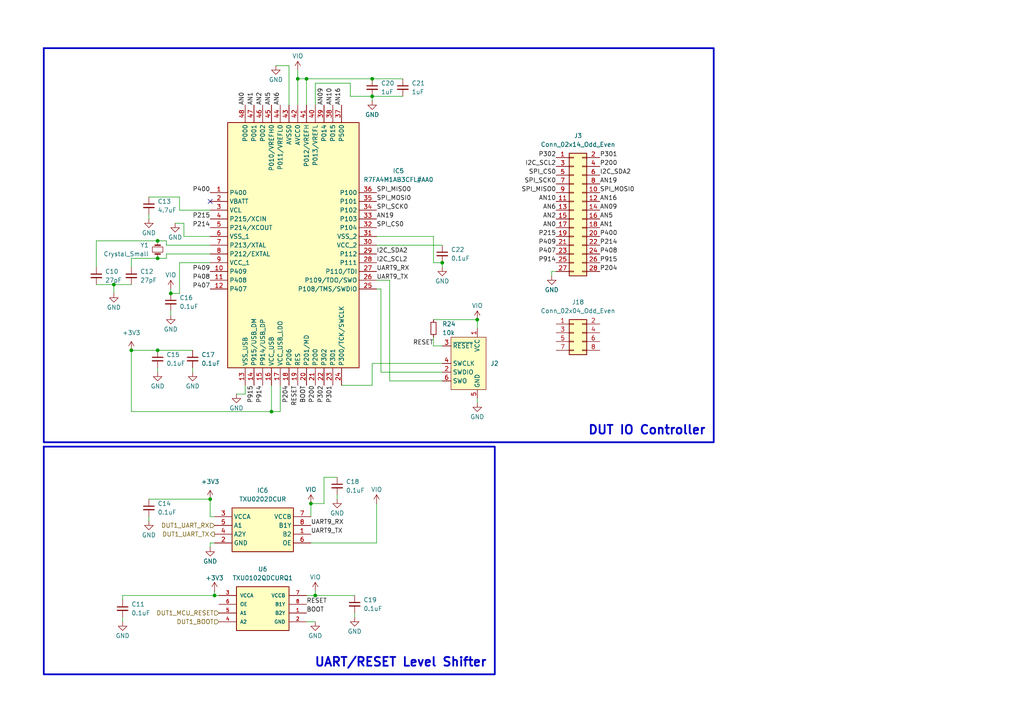
<source format=kicad_sch>
(kicad_sch (version 20250114) (generator "eeschema") (generator_version "9.0")
  (paper "A4")
  (lib_symbols
    (symbol "Connector:Conn_ARM_SWD_TagConnect_TC2030-NL" (in_bom no)
      (property "Reference" "J" (at 2.54 11.43 0))
      (property "Value" "Conn_ARM_SWD_TagConnect_TC2030-NL" (at 2.54 8.89 0))
      (symbol "Conn_ARM_SWD_TagConnect_TC2030-NL_0_0"
        (pin power_in line (at -2.54 10.16 270) (length 2.54) (name "VCC") (number "1"))
        (pin power_in line (at -2.54 -10.16 90) (length 2.54) (name "GND") (number "5"))
        (pin open_collector line (at 7.62 5.08 180) (length 2.54) (name "~{RESET}") (number "3"))
        (pin output line (at 7.62 0 180) (length 2.54) (name "SWCLK") (number "4"))
        (pin bidirectional line (at 7.62 -2.54 180) (length 2.54) (name "SWDIO") (number "2"))
        (pin input line (at 7.62 -5.08 180) (length 2.54) (name "SWO") (number "6"))
      )
      (symbol "Conn_ARM_SWD_TagConnect_TC2030-NL_0_1"
        (rectangle (start -5.08 7.62) (end 5.08 -7.62) (fill (type background)))
      )
    )
    (symbol "Connector_Generic:Conn_02x04_Odd_Even" (pin_names (offset 1.016) (hide yes))
      (property "Reference" "J" (at 1.27 5.08 0))
      (property "Value" "Conn_02x04_Odd_Even" (at 1.27 -7.62 0))
      (symbol "Conn_02x04_Odd_Even_1_1"
        (rectangle (start -1.27 3.81) (end 3.81 -6.35) (stroke (width 0.254)) (fill (type background)))
        (rectangle (start -1.27 2.667) (end 0 2.413) (stroke (width 0.1524)))
        (rectangle (start -1.27 0.127) (end 0 -0.127) (stroke (width 0.1524)))
        (rectangle (start -1.27 -2.413) (end 0 -2.667) (stroke (width 0.1524)))
        (rectangle (start -1.27 -4.953) (end 0 -5.207) (stroke (width 0.1524)))
        (rectangle (start 3.81 2.667) (end 2.54 2.413) (stroke (width 0.1524)))
        (rectangle (start 3.81 0.127) (end 2.54 -0.127) (stroke (width 0.1524)))
        (rectangle (start 3.81 -2.413) (end 2.54 -2.667) (stroke (width 0.1524)))
        (rectangle (start 3.81 -4.953) (end 2.54 -5.207) (stroke (width 0.1524)))
        (pin passive line (at -5.08 2.54 0) (length 3.81) (name "Pin_1") (number "1"))
        (pin passive line (at -5.08 0 0) (length 3.81) (name "Pin_3") (number "3"))
        (pin passive line (at -5.08 -2.54 0) (length 3.81) (name "Pin_5") (number "5"))
        (pin passive line (at -5.08 -5.08 0) (length 3.81) (name "Pin_7") (number "7"))
        (pin passive line (at 7.62 2.54 180) (length 3.81) (name "Pin_2") (number "2"))
        (pin passive line (at 7.62 0 180) (length 3.81) (name "Pin_4") (number "4"))
        (pin passive line (at 7.62 -2.54 180) (length 3.81) (name "Pin_6") (number "6"))
        (pin passive line (at 7.62 -5.08 180) (length 3.81) (name "Pin_8") (number "8"))
      )
    )
    (symbol "Connector_Generic:Conn_02x14_Odd_Even" (pin_names (offset 1.016) (hide yes))
      (property "Reference" "J" (at 1.27 17.78 0))
      (property "Value" "Conn_02x14_Odd_Even" (at 1.27 -20.32 0))
      (symbol "Conn_02x14_Odd_Even_1_1"
        (rectangle (start -1.27 16.51) (end 3.81 -19.05) (stroke (width 0.254)) (fill (type background)))
        (rectangle (start -1.27 15.367) (end 0 15.113) (stroke (width 0.1524)))
        (rectangle (start -1.27 12.827) (end 0 12.573) (stroke (width 0.1524)))
        (rectangle (start -1.27 10.287) (end 0 10.033) (stroke (width 0.1524)))
        (rectangle (start -1.27 7.747) (end 0 7.493) (stroke (width 0.1524)))
        (rectangle (start -1.27 5.207) (end 0 4.953) (stroke (width 0.1524)))
        (rectangle (start -1.27 2.667) (end 0 2.413) (stroke (width 0.1524)))
        (rectangle (start -1.27 0.127) (end 0 -0.127) (stroke (width 0.1524)))
        (rectangle (start -1.27 -2.413) (end 0 -2.667) (stroke (width 0.1524)))
        (rectangle (start -1.27 -4.953) (end 0 -5.207) (stroke (width 0.1524)))
        (rectangle (start -1.27 -7.493) (end 0 -7.747) (stroke (width 0.1524)))
        (rectangle (start -1.27 -10.033) (end 0 -10.287) (stroke (width 0.1524)))
        (rectangle (start -1.27 -12.573) (end 0 -12.827) (stroke (width 0.1524)))
        (rectangle (start -1.27 -15.113) (end 0 -15.367) (stroke (width 0.1524)))
        (rectangle (start -1.27 -17.653) (end 0 -17.907) (stroke (width 0.1524)))
        (rectangle (start 3.81 15.367) (end 2.54 15.113) (stroke (width 0.1524)))
        (rectangle (start 3.81 12.827) (end 2.54 12.573) (stroke (width 0.1524)))
        (rectangle (start 3.81 10.287) (end 2.54 10.033) (stroke (width 0.1524)))
        (rectangle (start 3.81 7.747) (end 2.54 7.493) (stroke (width 0.1524)))
        (rectangle (start 3.81 5.207) (end 2.54 4.953) (stroke (width 0.1524)))
        (rectangle (start 3.81 2.667) (end 2.54 2.413) (stroke (width 0.1524)))
        (rectangle (start 3.81 0.127) (end 2.54 -0.127) (stroke (width 0.1524)))
        (rectangle (start 3.81 -2.413) (end 2.54 -2.667) (stroke (width 0.1524)))
        (rectangle (start 3.81 -4.953) (end 2.54 -5.207) (stroke (width 0.1524)))
        (rectangle (start 3.81 -7.493) (end 2.54 -7.747) (stroke (width 0.1524)))
        (rectangle (start 3.81 -10.033) (end 2.54 -10.287) (stroke (width 0.1524)))
        (rectangle (start 3.81 -12.573) (end 2.54 -12.827) (stroke (width 0.1524)))
        (rectangle (start 3.81 -15.113) (end 2.54 -15.367) (stroke (width 0.1524)))
        (rectangle (start 3.81 -17.653) (end 2.54 -17.907) (stroke (width 0.1524)))
        (pin passive line (at -5.08 15.24 0) (length 3.81) (name "Pin_1") (number "1"))
        (pin passive line (at -5.08 12.7 0) (length 3.81) (name "Pin_3") (number "3"))
        (pin passive line (at -5.08 10.16 0) (length 3.81) (name "Pin_5") (number "5"))
        (pin passive line (at -5.08 7.62 0) (length 3.81) (name "Pin_7") (number "7"))
        (pin passive line (at -5.08 5.08 0) (length 3.81) (name "Pin_9") (number "9"))
        (pin passive line (at -5.08 2.54 0) (length 3.81) (name "Pin_11") (number "11"))
        (pin passive line (at -5.08 0 0) (length 3.81) (name "Pin_13") (number "13"))
        (pin passive line (at -5.08 -2.54 0) (length 3.81) (name "Pin_15") (number "15"))
        (pin passive line (at -5.08 -5.08 0) (length 3.81) (name "Pin_17") (number "17"))
        (pin passive line (at -5.08 -7.62 0) (length 3.81) (name "Pin_19") (number "19"))
        (pin passive line (at -5.08 -10.16 0) (length 3.81) (name "Pin_21") (number "21"))
        (pin passive line (at -5.08 -12.7 0) (length 3.81) (name "Pin_23") (number "23"))
        (pin passive line (at -5.08 -15.24 0) (length 3.81) (name "Pin_25") (number "25"))
        (pin passive line (at -5.08 -17.78 0) (length 3.81) (name "Pin_27") (number "27"))
        (pin passive line (at 7.62 15.24 180) (length 3.81) (name "Pin_2") (number "2"))
        (pin passive line (at 7.62 12.7 180) (length 3.81) (name "Pin_4") (number "4"))
        (pin passive line (at 7.62 10.16 180) (length 3.81) (name "Pin_6") (number "6"))
        (pin passive line (at 7.62 7.62 180) (length 3.81) (name "Pin_8") (number "8"))
        (pin passive line (at 7.62 5.08 180) (length 3.81) (name "Pin_10") (number "10"))
        (pin passive line (at 7.62 2.54 180) (length 3.81) (name "Pin_12") (number "12"))
        (pin passive line (at 7.62 0 180) (length 3.81) (name "Pin_14") (number "14"))
        (pin passive line (at 7.62 -2.54 180) (length 3.81) (name "Pin_16") (number "16"))
        (pin passive line (at 7.62 -5.08 180) (length 3.81) (name "Pin_18") (number "18"))
        (pin passive line (at 7.62 -7.62 180) (length 3.81) (name "Pin_20") (number "20"))
        (pin passive line (at 7.62 -10.16 180) (length 3.81) (name "Pin_22") (number "22"))
        (pin passive line (at 7.62 -12.7 180) (length 3.81) (name "Pin_24") (number "24"))
        (pin passive line (at 7.62 -15.24 180) (length 3.81) (name "Pin_26") (number "26"))
        (pin passive line (at 7.62 -17.78 180) (length 3.81) (name "Pin_28") (number "28"))
      )
    )
    (symbol "Device:C_Small" (pin_numbers (hide yes)) (pin_names (offset 0.254) (hide yes))
      (property "Reference" "C" (at 0.254 1.778 0))
      (property "Value" "C_Small" (at 0.254 -2.032 0))
      (symbol "C_Small_0_1"
        (polyline (pts (xy -1.524 0.508) (xy 1.524 0.508)) (stroke (width 0.3048)))
        (polyline (pts (xy -1.524 -0.508) (xy 1.524 -0.508)) (stroke (width 0.3302)))
      )
      (symbol "C_Small_1_1"
        (pin passive line (at 0 2.54 270) (length 2.032) (name "~") (number "1"))
        (pin passive line (at 0 -2.54 90) (length 2.032) (name "~") (number "2"))
      )
    )
    (symbol "Device:Crystal_Small" (pin_numbers (hide yes)) (pin_names (offset 1.016) (hide yes))
      (property "Reference" "Y" (at 0 2.54 0))
      (property "Value" "Crystal_Small" (at 0 -2.54 0))
      (symbol "Crystal_Small_0_1"
        (polyline (pts (xy -1.27 -0.762) (xy -1.27 0.762)) (stroke (width 0.381)))
        (rectangle (start -0.762 -1.524) (end 0.762 1.524))
        (polyline (pts (xy 1.27 -0.762) (xy 1.27 0.762)) (stroke (width 0.381)))
      )
      (symbol "Crystal_Small_1_1"
        (pin passive line (at -2.54 0 0) (length 1.27) (name "1") (number "1"))
        (pin passive line (at 2.54 0 180) (length 1.27) (name "2") (number "2"))
      )
    )
    (symbol "Device:R_Small" (pin_numbers (hide yes)) (pin_names (offset 0.254) (hide yes))
      (property "Reference" "R" (at 0.762 0.508 0))
      (property "Value" "R_Small" (at 0.762 -1.016 0))
      (symbol "R_Small_0_1"
        (rectangle (start -0.762 1.778) (end 0.762 -1.778) (stroke (width 0.2032)))
      )
      (symbol "R_Small_1_1"
        (pin passive line (at 0 2.54 270) (length 0.762) (name "~") (number "1"))
        (pin passive line (at 0 -2.54 90) (length 0.762) (name "~") (number "2"))
      )
    )
    (symbol "dut_hub:R7FA4M1AB3CFL#AA0"
      (property "Reference" "IC" (at 44.45 25.4 0))
      (property "Value" "R7FA4M1AB3CFL#AA0" (at 44.45 22.86 0))
      (symbol "R7FA4M1AB3CFL#AA0_1_1"
        (rectangle (start 5.08 20.32) (end 43.18 -50.8) (stroke (width 0.254)) (fill (type background)))
        (pin passive line (at 0 0 0) (length 5.08) (name "P400") (number "1"))
        (pin passive line (at 0 -2.54 0) (length 5.08) (name "VBATT") (number "2"))
        (pin passive line (at 0 -5.08 0) (length 5.08) (name "VCL") (number "3"))
        (pin passive line (at 0 -7.62 0) (length 5.08) (name "P215/XCIN") (number "4"))
        (pin passive line (at 0 -10.16 0) (length 5.08) (name "P214/XCOUT") (number "5"))
        (pin passive line (at 0 -12.7 0) (length 5.08) (name "VSS_1") (number "6"))
        (pin passive line (at 0 -15.24 0) (length 5.08) (name "P213/XTAL") (number "7"))
        (pin passive line (at 0 -17.78 0) (length 5.08) (name "P212/EXTAL") (number "8"))
        (pin passive line (at 0 -20.32 0) (length 5.08) (name "VCC_1") (number "9"))
        (pin passive line (at 0 -22.86 0) (length 5.08) (name "P409") (number "10"))
        (pin passive line (at 0 -25.4 0) (length 5.08) (name "P408") (number "11"))
        (pin passive line (at 0 -27.94 0) (length 5.08) (name "P407") (number "12"))
        (pin passive line (at 10.16 25.4 270) (length 5.08) (name "P000") (number "48"))
        (pin passive line (at 10.16 -55.88 90) (length 5.08) (name "VSS_USB") (number "13"))
        (pin passive line (at 12.7 25.4 270) (length 5.08) (name "P001") (number "47"))
        (pin passive line (at 12.7 -55.88 90) (length 5.08) (name "P915/USB_DM") (number "14"))
        (pin passive line (at 15.24 25.4 270) (length 5.08) (name "P002") (number "46"))
        (pin passive line (at 15.24 -55.88 90) (length 5.08) (name "P914/USB_DP") (number "15"))
        (pin passive line (at 17.78 25.4 270) (length 5.08) (name "P010/VREFH0") (number "45"))
        (pin passive line (at 17.78 -55.88 90) (length 5.08) (name "VCC_USB") (number "16"))
        (pin passive line (at 20.32 25.4 270) (length 5.08) (name "P011/VREFL0") (number "44"))
        (pin passive line (at 20.32 -55.88 90) (length 5.08) (name "VCC_USB_LDO") (number "17"))
        (pin passive line (at 22.86 25.4 270) (length 5.08) (name "AVSS0") (number "43"))
        (pin passive line (at 22.86 -55.88 90) (length 5.08) (name "P206") (number "18"))
        (pin passive line (at 25.4 25.4 270) (length 5.08) (name "AVCC0") (number "42"))
        (pin passive line (at 25.4 -55.88 90) (length 5.08) (name "RES") (number "19"))
        (pin passive line (at 27.94 25.4 270) (length 5.08) (name "P012/VREFH") (number "41"))
        (pin passive line (at 27.94 -55.88 90) (length 5.08) (name "P201/MD") (number "20"))
        (pin passive line (at 30.48 25.4 270) (length 5.08) (name "P013/VREFL") (number "40"))
        (pin passive line (at 30.48 -55.88 90) (length 5.08) (name "P200") (number "21"))
        (pin passive line (at 33.02 25.4 270) (length 5.08) (name "P014") (number "39"))
        (pin passive line (at 33.02 -55.88 90) (length 5.08) (name "P302") (number "22"))
        (pin passive line (at 35.56 25.4 270) (length 5.08) (name "P015") (number "38"))
        (pin passive line (at 35.56 -55.88 90) (length 5.08) (name "P301") (number "23"))
        (pin passive line (at 38.1 25.4 270) (length 5.08) (name "P500") (number "37"))
        (pin passive line (at 38.1 -55.88 90) (length 5.08) (name "P300/TCK/SWCLK") (number "24"))
        (pin passive line (at 48.26 0 180) (length 5.08) (name "P100") (number "36"))
        (pin passive line (at 48.26 -2.54 180) (length 5.08) (name "P101") (number "35"))
        (pin passive line (at 48.26 -5.08 180) (length 5.08) (name "P102") (number "34"))
        (pin passive line (at 48.26 -7.62 180) (length 5.08) (name "P103") (number "33"))
        (pin passive line (at 48.26 -10.16 180) (length 5.08) (name "P104") (number "32"))
        (pin passive line (at 48.26 -12.7 180) (length 5.08) (name "VSS_2") (number "31"))
        (pin passive line (at 48.26 -15.24 180) (length 5.08) (name "VCC_2") (number "30"))
        (pin passive line (at 48.26 -17.78 180) (length 5.08) (name "P112") (number "29"))
        (pin passive line (at 48.26 -20.32 180) (length 5.08) (name "P111") (number "28"))
        (pin passive line (at 48.26 -22.86 180) (length 5.08) (name "P110/TDI") (number "27"))
        (pin passive line (at 48.26 -25.4 180) (length 5.08) (name "P109/TDO/SWO") (number "26"))
        (pin passive line (at 48.26 -27.94 180) (length 5.08) (name "P108/TMS/SWDIO") (number "25"))
      )
    )
    (symbol "dut_hub:TXU0102QDCURQ1" (pin_names (offset 1.016))
      (property "Reference" "U" (at -7.62 13.462 0))
      (property "Value" "TXU0102QDCURQ1" (at -7.62 -2.54 0))
      (symbol "TXU0102QDCURQ1_0_0"
        (rectangle (start -7.62 12.7) (end 7.62 0) (stroke (width 0.254)) (fill (type background)))
        (pin power_in line (at -12.7 10.16 0) (length 5.08) (name "VCCA") (number "3"))
        (pin input line (at -12.7 7.62 0) (length 5.08) (name "OE") (number "6"))
        (pin input line (at -12.7 5.08 0) (length 5.08) (name "A1") (number "5"))
        (pin input line (at -12.7 2.54 0) (length 5.08) (name "A2") (number "4"))
        (pin power_in line (at 12.7 10.16 180) (length 5.08) (name "VCCB") (number "7"))
        (pin output line (at 12.7 7.62 180) (length 5.08) (name "B1Y") (number "8"))
        (pin output line (at 12.7 5.08 180) (length 5.08) (name "B2Y") (number "1"))
        (pin power_in line (at 12.7 2.54 180) (length 5.08) (name "GND") (number "2"))
      )
    )
    (symbol "dut_hub:TXU0202DCUR"
      (property "Reference" "IC" (at 6.858 8.128 0))
      (property "Value" "TXU0202DCUR" (at 6.858 5.588 0))
      (symbol "TXU0202DCUR_1_1"
        (rectangle (start 5.08 2.54) (end 22.86 -10.16) (stroke (width 0.254)) (fill (type background)))
        (pin power_in line (at 0 0 0) (length 5.08) (name "VCCA") (number "3"))
        (pin input line (at 0 -2.54 0) (length 5.08) (name "A1") (number "5"))
        (pin output line (at 0 -5.08 0) (length 5.08) (name "A2Y") (number "4"))
        (pin power_in line (at 0 -7.62 0) (length 5.08) (name "GND") (number "2"))
        (pin power_in line (at 27.94 0 180) (length 5.08) (name "VCCB") (number "7"))
        (pin output line (at 27.94 -2.54 180) (length 5.08) (name "B1Y") (number "8"))
        (pin input line (at 27.94 -5.08 180) (length 5.08) (name "B2") (number "1"))
        (pin input line (at 27.94 -7.62 180) (length 5.08) (name "OE") (number "6"))
      )
    )
    (symbol "power:+3V3" (power) (pin_numbers (hide yes)) (pin_names (offset 0) (hide yes))
      (property "Value" "+3V3" (at 0 3.556 0))
      (symbol "+3V3_0_1"
        (polyline (pts (xy -0.762 1.27) (xy 0 2.54)))
        (polyline (pts (xy 0 2.54) (xy 0.762 1.27)))
        (polyline (pts (xy 0 0) (xy 0 2.54)))
      )
      (symbol "+3V3_1_1"
        (pin power_in line (at 0 0 90) (length 0) (name "~") (number "1"))
      )
    )
    (symbol "power:GND" (power) (pin_numbers (hide yes)) (pin_names (offset 0) (hide yes))
      (property "Value" "GND" (at 0 -3.81 0))
      (symbol "GND_0_1"
        (polyline (pts (xy 0 0) (xy 0 -1.27) (xy 1.27 -1.27) (xy 0 -2.54) (xy -1.27 -1.27) (xy 0 -1.27)))
      )
      (symbol "GND_1_1"
        (pin power_in line (at 0 0 270) (length 0) (name "~") (number "1"))
      )
    )
    (symbol "power:VDC" (power) (pin_numbers (hide yes)) (pin_names (offset 0) (hide yes))
      (property "Value" "VDC" (at 0 3.556 0))
      (symbol "VDC_0_1"
        (polyline (pts (xy -0.762 1.27) (xy 0 2.54)))
        (polyline (pts (xy 0 2.54) (xy 0.762 1.27)))
        (polyline (pts (xy 0 0) (xy 0 2.54)))
      )
      (symbol "VDC_1_1"
        (pin power_in line (at 0 0 90) (length 0) (name "~") (number "1"))
      )
    )
  )
  (text_box "DUT IO Controller" (at 12.7 13.97 0) (size 194.31 114.3) (margins 2.159 2.159 2.159 2.159) (stroke (width 0.508)) (effects (font (size 2.54 2.54) (thickness 0.508) (bold yes)) (justify right bottom)))
  (text_box "UART/RESET Level Shifter" (at 12.7 129.54 0) (size 130.81 66.04) (margins 2.159 2.159 2.159 2.159) (stroke (width 0.508)) (effects (font (size 2.54 2.54) (thickness 0.508) (bold yes)) (justify right bottom)))
  (junction (at 78.74 119.38))
  (junction (at 33.02 82.55))
  (junction (at 91.44 172.72))
  (junction (at 138.43 92.71))
  (junction (at 107.95 27.94))
  (junction (at 45.72 69.85))
  (junction (at 90.17 146.05))
  (junction (at 38.1 101.6))
  (junction (at 45.72 101.6))
  (junction (at 107.95 22.86))
  (junction (at 62.23 172.72))
  (junction (at 60.96 144.78))
  (junction (at 45.72 74.93))
  (junction (at 128.27 76.2))
  (junction (at 49.53 85.09))
  (junction (at 86.36 22.86))
  (junction (at 88.9 22.86))
  (no_connect (at 60.96 58.42))
  (wire (pts (xy 35.56 172.72) (xy 35.56 173.99)))
  (wire (pts (xy 62.23 157.48) (xy 60.96 157.48)))
  (wire (pts (xy 91.44 172.72) (xy 91.44 171.45)))
  (wire (pts (xy 86.36 20.32) (xy 86.36 22.86)))
  (wire (pts (xy 102.87 177.8) (xy 102.87 179.07)))
  (wire (pts (xy 43.18 62.23) (xy 43.18 63.5)))
  (wire (pts (xy 33.02 82.55) (xy 33.02 85.09)))
  (wire (pts (xy 49.53 83.82) (xy 49.53 85.09)))
  (wire (pts (xy 60.96 76.2) (xy 52.07 76.2)))
  (wire (pts (xy 138.43 92.71) (xy 138.43 95.25)))
  (wire (pts (xy 53.34 64.77) (xy 50.8 64.77)))
  (wire (pts (xy 91.44 172.72) (xy 102.87 172.72)))
  (wire (pts (xy 60.96 60.96) (xy 52.07 60.96)))
  (wire (pts (xy 88.9 22.86) (xy 107.95 22.86)))
  (wire (pts (xy 38.1 119.38) (xy 78.74 119.38)))
  (wire (pts (xy 97.79 138.43) (xy 93.98 138.43)))
  (wire (pts (xy 38.1 101.6) (xy 38.1 119.38)))
  (wire (pts (xy 53.34 68.58) (xy 53.34 64.77)))
  (wire (pts (xy 101.6 24.13) (xy 101.6 27.94)))
  (wire (pts (xy 45.72 74.93) (xy 38.1 74.93)))
  (wire (pts (xy 86.36 22.86) (xy 88.9 22.86)))
  (wire (pts (xy 62.23 171.45) (xy 62.23 172.72)))
  (wire (pts (xy 71.12 111.76) (xy 71.12 114.3)))
  (wire (pts (xy 91.44 24.13) (xy 101.6 24.13)))
  (wire (pts (xy 109.22 81.28) (xy 113.03 81.28)))
  (wire (pts (xy 33.02 82.55) (xy 38.1 82.55)))
  (wire (pts (xy 52.07 76.2) (xy 52.07 85.09)))
  (wire (pts (xy 38.1 101.6) (xy 45.72 101.6)))
  (wire (pts (xy 93.98 146.05) (xy 90.17 146.05)))
  (wire (pts (xy 97.79 143.51) (xy 97.79 144.78)))
  (wire (pts (xy 48.26 69.85) (xy 48.26 71.12)))
  (wire (pts (xy 161.29 78.74) (xy 160.02 78.74)))
  (wire (pts (xy 38.1 74.93) (xy 38.1 77.47)))
  (wire (pts (xy 60.96 144.78) (xy 60.96 149.86)))
  (wire (pts (xy 43.18 144.78) (xy 60.96 144.78)))
  (wire (pts (xy 48.26 71.12) (xy 60.96 71.12)))
  (wire (pts (xy 125.73 68.58) (xy 125.73 76.2)))
  (wire (pts (xy 88.9 172.72) (xy 91.44 172.72)))
  (wire (pts (xy 48.26 74.93) (xy 45.72 74.93)))
  (wire (pts (xy 113.03 110.49) (xy 128.27 110.49)))
  (wire (pts (xy 83.82 19.05) (xy 83.82 30.48)))
  (wire (pts (xy 45.72 106.68) (xy 45.72 107.95)))
  (wire (pts (xy 71.12 114.3) (xy 68.58 114.3)))
  (wire (pts (xy 78.74 119.38) (xy 81.28 119.38)))
  (wire (pts (xy 35.56 179.07) (xy 35.56 180.34)))
  (wire (pts (xy 107.95 22.86) (xy 116.84 22.86)))
  (wire (pts (xy 45.72 69.85) (xy 27.94 69.85)))
  (wire (pts (xy 109.22 68.58) (xy 125.73 68.58)))
  (wire (pts (xy 81.28 111.76) (xy 81.28 119.38)))
  (wire (pts (xy 91.44 30.48) (xy 91.44 24.13)))
  (wire (pts (xy 109.22 146.05) (xy 109.22 157.48)))
  (wire (pts (xy 128.27 105.41) (xy 107.95 105.41)))
  (wire (pts (xy 125.73 76.2) (xy 128.27 76.2)))
  (wire (pts (xy 52.07 57.15) (xy 43.18 57.15)))
  (wire (pts (xy 49.53 90.17) (xy 49.53 91.44)))
  (wire (pts (xy 48.26 73.66) (xy 48.26 74.93)))
  (wire (pts (xy 45.72 69.85) (xy 48.26 69.85)))
  (wire (pts (xy 128.27 107.95) (xy 110.49 107.95)))
  (wire (pts (xy 27.94 69.85) (xy 27.94 77.47)))
  (wire (pts (xy 27.94 82.55) (xy 33.02 82.55)))
  (wire (pts (xy 110.49 83.82) (xy 109.22 83.82)))
  (wire (pts (xy 45.72 101.6) (xy 55.88 101.6)))
  (wire (pts (xy 60.96 157.48) (xy 60.96 158.75)))
  (wire (pts (xy 63.5 172.72) (xy 62.23 172.72)))
  (wire (pts (xy 107.95 27.94) (xy 116.84 27.94)))
  (wire (pts (xy 125.73 100.33) (xy 125.73 97.79)))
  (wire (pts (xy 62.23 149.86) (xy 60.96 149.86)))
  (wire (pts (xy 52.07 60.96) (xy 52.07 57.15)))
  (wire (pts (xy 60.96 73.66) (xy 48.26 73.66)))
  (wire (pts (xy 93.98 138.43) (xy 93.98 146.05)))
  (wire (pts (xy 88.9 22.86) (xy 88.9 30.48)))
  (wire (pts (xy 160.02 78.74) (xy 160.02 80.01)))
  (wire (pts (xy 78.74 119.38) (xy 78.74 111.76)))
  (wire (pts (xy 125.73 92.71) (xy 138.43 92.71)))
  (wire (pts (xy 90.17 149.86) (xy 90.17 146.05)))
  (wire (pts (xy 43.18 149.86) (xy 43.18 151.13)))
  (wire (pts (xy 80.01 19.05) (xy 83.82 19.05)))
  (wire (pts (xy 86.36 22.86) (xy 86.36 30.48)))
  (wire (pts (xy 113.03 81.28) (xy 113.03 110.49)))
  (wire (pts (xy 109.22 71.12) (xy 128.27 71.12)))
  (wire (pts (xy 52.07 85.09) (xy 49.53 85.09)))
  (wire (pts (xy 107.95 27.94) (xy 107.95 29.21)))
  (wire (pts (xy 107.95 111.76) (xy 99.06 111.76)))
  (wire (pts (xy 128.27 76.2) (xy 128.27 77.47)))
  (wire (pts (xy 101.6 27.94) (xy 107.95 27.94)))
  (wire (pts (xy 62.23 172.72) (xy 35.56 172.72)))
  (wire (pts (xy 88.9 180.34) (xy 91.44 180.34)))
  (wire (pts (xy 60.96 68.58) (xy 53.34 68.58)))
  (wire (pts (xy 55.88 106.68) (xy 55.88 107.95)))
  (wire (pts (xy 128.27 100.33) (xy 125.73 100.33)))
  (wire (pts (xy 110.49 83.82) (xy 110.49 107.95)))
  (wire (pts (xy 138.43 115.57) (xy 138.43 116.84)))
  (wire (pts (xy 107.95 105.41) (xy 107.95 111.76)))
  (wire (pts (xy 90.17 157.48) (xy 109.22 157.48)))
  (label "P204" (at 173.99 78.74 0))
  (label "P915" (at 173.99 76.2 0))
  (label "P915" (at 73.66 111.76 270))
  (label "P409" (at 60.96 78.74 180))
  (label "AN6" (at 81.28 30.48 90))
  (label "P400" (at 60.96 55.88 180))
  (label "I2C_SDA2" (at 173.99 50.8 0))
  (label "AN2" (at 161.29 63.5 180))
  (label "RESET" (at 125.73 100.33 180))
  (label "AN09" (at 173.99 60.96 0))
  (label "P400" (at 173.99 68.58 0))
  (label "SPI_CS0" (at 109.22 66.04 0))
  (label "AN16" (at 173.99 58.42 0))
  (label "P914" (at 161.29 76.2 180))
  (label "UART9_TX" (at 90.17 154.94 0))
  (label "SPI_MISO0" (at 161.29 55.88 180))
  (label "SPI_SCK0" (at 161.29 53.34 180))
  (label "SPI_SCK0" (at 109.22 60.96 0))
  (label "P215" (at 60.96 63.5 180))
  (label "AN09" (at 93.98 30.48 90))
  (label "I2C_SCL2" (at 161.29 48.26 180))
  (label "AN16" (at 99.06 30.48 90))
  (label "UART9_RX" (at 90.17 152.4 0))
  (label "BOOT" (at 88.9 111.76 270) (effects (font (thickness 0.1588))))
  (label "RESET" (at 88.9 175.26 0))
  (label "AN10" (at 161.29 58.42 180))
  (label "BOOT" (at 88.9 177.8 0) (effects (font (thickness 0.1588))))
  (label "P301" (at 173.99 45.72 0))
  (label "RESET" (at 86.36 111.76 270))
  (label "AN0" (at 71.12 30.48 90))
  (label "UART9_RX" (at 109.22 78.74 0))
  (label "AN1" (at 173.99 66.04 0))
  (label "AN19" (at 109.22 63.5 0))
  (label "SPI_MISO0" (at 109.22 55.88 0))
  (label "SPI_MOSI0" (at 109.22 58.42 0))
  (label "AN0" (at 161.29 66.04 180))
  (label "P200" (at 173.99 48.26 0))
  (label "P407" (at 161.29 73.66 180))
  (label "I2C_SCL2" (at 109.22 76.2 0))
  (label "AN6" (at 161.29 60.96 180))
  (label "AN10" (at 96.52 30.48 90))
  (label "P914" (at 76.2 111.76 270))
  (label "P200" (at 91.44 111.76 270))
  (label "AN5" (at 173.99 63.5 0))
  (label "SPI_CS0" (at 161.29 50.8 180))
  (label "P408" (at 60.96 81.28 180))
  (label "P409" (at 161.29 71.12 180))
  (label "P215" (at 161.29 68.58 180))
  (label "P214" (at 173.99 71.12 0))
  (label "AN1" (at 73.66 30.48 90))
  (label "P302" (at 161.29 45.72 180))
  (label "P301" (at 96.52 111.76 270))
  (label "P407" (at 60.96 83.82 180))
  (label "AN19" (at 173.99 53.34 0))
  (label "SPI_MOSI0" (at 173.99 55.88 0))
  (label "P214" (at 60.96 66.04 180))
  (label "P408" (at 173.99 73.66 0))
  (label "P302" (at 93.98 111.76 270))
  (label "AN2" (at 76.2 30.48 90))
  (label "UART9_TX" (at 109.22 81.28 0))
  (label "I2C_SDA2" (at 109.22 73.66 0))
  (label "AN5" (at 78.74 30.48 90))
  (label "P204" (at 83.82 111.76 270))
  (hierarchical_label "DUT1_UART_RX" (shape input) (at 62.23 152.4 180))
  (hierarchical_label "DUT1_BOOT" (shape input) (at 63.5 180.34 180))
  (hierarchical_label "DUT1_MCU_RESET" (shape input) (at 63.5 177.8 180))
  (hierarchical_label "DUT1_UART_TX" (shape output) (at 62.23 154.94 180))
  (symbol (lib_id "power:GND") (at 68.58 114.3 0) (unit 1)
    (property "Reference" "#PWR50" (effects (hide yes)))
    (property "Value" "GND" (at 68.58 118.364 0))
    (property "Description" "Power symbol creates a global label with name \"GND\" , ground" (effects (hide yes)))
  )
  (symbol (lib_id "power:GND") (at 97.79 144.78 0) (unit 1)
    (property "Reference" "#PWR55" (effects (hide yes)))
    (property "Value" "GND" (at 97.79 148.844 0))
    (property "Description" "Power symbol creates a global label with name \"GND\" , ground" (effects (hide yes)))
  )
  (symbol (lib_id "power:GND") (at 55.88 107.95 0) (unit 1)
    (property "Reference" "#PWR45" (effects (hide yes)))
    (property "Value" "GND" (at 55.88 112.014 0))
    (property "Description" "Power symbol creates a global label with name \"GND\" , ground" (effects (hide yes)))
  )
  (symbol (lib_id "power:GND") (at 107.95 29.21 0) (unit 1)
    (property "Reference" "#PWR57" (effects (hide yes)))
    (property "Value" "GND" (at 107.95 33.274 0))
    (property "Description" "Power symbol creates a global label with name \"GND\" , ground" (effects (hide yes)))
  )
  (symbol (lib_id "power:VDC") (at 138.43 92.71 0) (unit 1)
    (property "Reference" "#PWR60" (effects (hide yes)))
    (property "Value" "VIO" (at 138.43 88.646 0))
    (property "Description" "Power symbol creates a global label with name \"VDC\"" (effects (hide yes)))
  )
  (symbol (lib_id "power:GND") (at 80.01 19.05 0) (unit 1)
    (property "Reference" "#PWR51" (effects (hide yes)))
    (property "Value" "GND" (at 80.01 23.114 0))
    (property "Description" "Power symbol creates a global label with name \"GND\" , ground" (effects (hide yes)))
  )
  (symbol (lib_id "Connector_Generic:Conn_02x04_Odd_Even") (at 166.37 96.52 0) (unit 1)
    (property "Reference" "J18" (at 167.64 87.63 0))
    (property "Value" "Conn_02x04_Odd_Even" (at 167.64 90.17 0))
    (property "Description" "Generic connector, double row, 02x04, odd/even pin numbering scheme (row 1 odd numbers, row 2 even numbers), script generated (kicad-library-utils/schlib/autogen/connector/)" (effects (hide yes)))
  )
  (symbol (lib_id "power:GND") (at 50.8 64.77 0) (unit 1)
    (property "Reference" "#PWR44" (effects (hide yes)))
    (property "Value" "GND" (at 50.8 68.834 0))
    (property "Description" "Power symbol creates a global label with name \"GND\" , ground" (effects (hide yes)))
  )
  (symbol (lib_id "dut_hub:TXU0102QDCURQ1") (at 76.2 182.88 0) (unit 1)
    (property "Reference" "U6" (at 76.2 165.1 0))
    (property "Value" "TXU0102QDCURQ1" (at 76.2 167.64 0))
    (property "Footprint" "dut_hub:SOP50P310X90-8N" (effects (hide yes)))
    (property "MF" "Texas Instruments" (effects (hide yes)))
    (property "MAXIMUM_PACKAGE_HEIGHT" "0.9mm" (effects (hide yes)))
    (property "Package" "None" (effects (hide yes)))
    (property "Price" "None" (effects (hide yes)))
    (property "Check_prices" "https://www.snapeda.com/parts/TXU0102QDCURQ1/Texas+Instruments/view-part/?ref=eda" (effects (hide yes)))
    (property "STANDARD" "IPC-7351B" (effects (hide yes)))
    (property "PARTREV" "August 2022" (effects (hide yes)))
    (property "SnapEDA_Link" "https://www.snapeda.com/parts/TXU0102QDCURQ1/Texas+Instruments/view-part/?ref=snap" (effects (hide yes)))
    (property "MP" "TXU0102QDCURQ1" (effects (hide yes)))
    (property "Description_1" "\n                        \n                            Automotive two-channel fixed-direction level shifter with channels in same direction\n                        \n" (effects (hide yes)))
    (property "Availability" "In Stock" (effects (hide yes)))
    (property "MANUFACTURER" "Texas Instruments" (effects (hide yes)))
  )
  (symbol (lib_id "Device:C_Small") (at 128.27 73.66 0) (unit 1)
    (property "Reference" "C22" (at 130.81 72.3962 0) (effects (justify left)))
    (property "Value" "0.1uF" (at 130.81 74.9362 0) (effects (justify left)))
    (property "Footprint" "Capacitor_SMD:C_0603_1608Metric" (effects (hide yes)))
    (property "Description" "Unpolarized capacitor, small symbol" (effects (hide yes)))
  )
  (symbol (lib_id "Device:Crystal_Small") (at 45.72 72.39 270) (mirror x) (unit 1)
    (property "Reference" "Y1" (at 43.18 71.1199 90) (effects (justify right)))
    (property "Value" "Crystal_Small" (at 43.18 73.6599 90) (effects (justify right)))
    (property "Footprint" "Crystal:Crystal_SMD_Abracon_ABM3-2Pin_5.0x3.2mm" (effects (hide yes)))
    (property "Description" "Two pin crystal, small symbol" (effects (hide yes)))
  )
  (symbol (lib_id "Device:C_Small") (at 45.72 104.14 0) (unit 1)
    (property "Reference" "C15" (at 48.26 102.8762 0) (effects (justify left)))
    (property "Value" "0.1uF" (at 48.26 105.4162 0) (effects (justify left)))
    (property "Footprint" "Capacitor_SMD:C_0603_1608Metric" (effects (hide yes)))
    (property "Description" "Unpolarized capacitor, small symbol" (effects (hide yes)))
  )
  (symbol (lib_id "Device:C_Small") (at 55.88 104.14 0) (unit 1)
    (property "Reference" "C17" (at 58.42 102.8762 0) (effects (justify left)))
    (property "Value" "0.1uF" (at 58.42 105.4162 0) (effects (justify left)))
    (property "Footprint" "Capacitor_SMD:C_0603_1608Metric" (effects (hide yes)))
    (property "Description" "Unpolarized capacitor, small symbol" (effects (hide yes)))
  )
  (symbol (lib_id "power:+3V3") (at 62.23 171.45 0) (unit 1)
    (property "Reference" "#PWR169" (effects (hide yes)))
    (property "Value" "+3V3" (at 62.23 167.64 0))
    (property "Description" "Power symbol creates a global label with name \"+3V3\"" (effects (hide yes)))
  )
  (symbol (lib_id "Device:C_Small") (at 116.84 25.4 0) (unit 1)
    (property "Reference" "C21" (at 119.38 24.1362 0) (effects (justify left)))
    (property "Value" "1uF" (at 119.38 26.6762 0) (effects (justify left)))
    (property "Footprint" "Capacitor_SMD:C_0603_1608Metric" (effects (hide yes)))
    (property "Description" "Unpolarized capacitor, small symbol" (effects (hide yes)))
  )
  (symbol (lib_id "power:GND") (at 160.02 80.01 0) (unit 1)
    (property "Reference" "#PWR62" (effects (hide yes)))
    (property "Value" "GND" (at 160.02 84.074 0))
    (property "Description" "Power symbol creates a global label with name \"GND\" , ground" (effects (hide yes)))
  )
  (symbol (lib_id "power:GND") (at 60.96 158.75 0) (unit 1)
    (property "Reference" "#PWR49" (effects (hide yes)))
    (property "Value" "GND" (at 60.96 162.814 0))
    (property "Description" "Power symbol creates a global label with name \"GND\" , ground" (effects (hide yes)))
  )
  (symbol (lib_id "power:GND") (at 49.53 91.44 0) (unit 1)
    (property "Reference" "#PWR43" (effects (hide yes)))
    (property "Value" "GND" (at 49.53 95.504 0))
    (property "Description" "Power symbol creates a global label with name \"GND\" , ground" (effects (hide yes)))
  )
  (symbol (lib_id "power:GND") (at 43.18 63.5 0) (unit 1)
    (property "Reference" "#PWR39" (effects (hide yes)))
    (property "Value" "GND" (at 43.18 67.564 0))
    (property "Description" "Power symbol creates a global label with name \"GND\" , ground" (effects (hide yes)))
  )
  (symbol (lib_id "power:VDC") (at 109.22 146.05 0) (unit 1)
    (property "Reference" "#PWR58" (effects (hide yes)))
    (property "Value" "VIO" (at 109.22 141.986 0))
    (property "Description" "Power symbol creates a global label with name \"VDC\"" (effects (hide yes)))
  )
  (symbol (lib_id "dut_hub:R7FA4M1AB3CFL#AA0") (at 60.96 55.88 0) (unit 1)
    (property "Reference" "IC5" (at 115.57 49.5614 0))
    (property "Value" "R7FA4M1AB3CFL#AA0" (at 115.57 52.1014 0))
    (property "Footprint" "dut_hub:QFP50P900X900X170-48N" (effects (hide yes)))
    (property "Description" "The Renesas RA4M1 group of microcontrollers (MCUs) uses the high-performance Arm Cortex-M4 core and offers a segment LCD controller and a capacitive touch sensing unit input for intensive HMI designs. The RA4M1 MCU is built on a highly efficient low power process and is supported by an open and flexible ecosystem conceptthe Flexible Software Package (FSP), built on FreeRTOSand is expandable to use other RTOSes and middleware. The RA4M1 is suitable for applications where a large amount of capacitive touc" (effects (hide yes)))
    (property "Height" "1.7" (effects (hide yes)))
    (property "Mouser Part Number" "968-7FA4M1AB3CFL#AA0" (effects (hide yes)))
    (property "Mouser Price/Stock" "https://www.mouser.co.uk/ProductDetail/Renesas-Electronics/R7FA4M1AB3CFLAA0?qs=d0WKAl%252BL4KYWxsbEhmYuYw%3D%3D" (effects (hide yes)))
    (property "Manufacturer_Name" "Renesas Electronics" (effects (hide yes)))
    (property "Manufacturer_Part_Number" "R7FA4M1AB3CFL#AA0" (effects (hide yes)))
  )
  (symbol (lib_id "power:+3V3") (at 60.96 144.78 0) (unit 1)
    (property "Reference" "#PWR48" (effects (hide yes)))
    (property "Value" "+3V3" (at 60.96 139.7 0))
    (property "Description" "Power symbol creates a global label with name \"+3V3\"" (effects (hide yes)))
  )
  (symbol (lib_id "power:VDC") (at 90.17 146.05 0) (unit 1)
    (property "Reference" "#PWR54" (effects (hide yes)))
    (property "Value" "VIO" (at 90.17 141.986 0))
    (property "Description" "Power symbol creates a global label with name \"VDC\"" (effects (hide yes)))
  )
  (symbol (lib_id "Device:C_Small") (at 38.1 80.01 0) (unit 1)
    (property "Reference" "C12" (at 40.64 78.7462 0) (effects (justify left)))
    (property "Value" "27pF" (at 40.64 81.2862 0) (effects (justify left)))
    (property "Footprint" "Capacitor_SMD:C_0603_1608Metric" (effects (hide yes)))
    (property "Description" "Unpolarized capacitor, small symbol" (effects (hide yes)))
  )
  (symbol (lib_id "Device:C_Small") (at 43.18 59.69 0) (unit 1)
    (property "Reference" "C13" (at 45.72 58.4262 0) (effects (justify left)))
    (property "Value" "4.7uF" (at 45.72 60.9662 0) (effects (justify left)))
    (property "Footprint" "Capacitor_SMD:C_0603_1608Metric" (effects (hide yes)))
    (property "Description" "Unpolarized capacitor, small symbol" (effects (hide yes)))
  )
  (symbol (lib_id "power:GND") (at 33.02 85.09 0) (unit 1)
    (property "Reference" "#PWR36" (effects (hide yes)))
    (property "Value" "GND" (at 33.02 89.154 0))
    (property "Description" "Power symbol creates a global label with name \"GND\" , ground" (effects (hide yes)))
  )
  (symbol (lib_id "Connector_Generic:Conn_02x14_Odd_Even") (at 166.37 60.96 0) (unit 1)
    (property "Reference" "J3" (at 167.64 39.37 0))
    (property "Value" "Conn_02x14_Odd_Even" (at 167.64 41.91 0))
    (property "Footprint" "Connector_PinSocket_2.54mm:PinSocket_2x14_P2.54mm_Vertical" (effects (hide yes)))
    (property "Description" "Generic connector, double row, 02x14, odd/even pin numbering scheme (row 1 odd numbers, row 2 even numbers), script generated (kicad-library-utils/schlib/autogen/connector/)" (effects (hide yes)))
  )
  (symbol (lib_id "power:GND") (at 102.87 179.07 0) (unit 1)
    (property "Reference" "#PWR56" (effects (hide yes)))
    (property "Value" "GND" (at 102.87 183.134 0))
    (property "Description" "Power symbol creates a global label with name \"GND\" , ground" (effects (hide yes)))
  )
  (symbol (lib_id "Device:C_Small") (at 27.94 80.01 0) (unit 1)
    (property "Reference" "C10" (at 30.48 78.7462 0) (effects (justify left)))
    (property "Value" "27pF" (at 30.48 81.2862 0) (effects (justify left)))
    (property "Footprint" "Capacitor_SMD:C_0603_1608Metric" (effects (hide yes)))
    (property "Description" "Unpolarized capacitor, small symbol" (effects (hide yes)))
  )
  (symbol (lib_id "Connector:Conn_ARM_SWD_TagConnect_TC2030-NL") (at 135.89 105.41 0) (mirror y) (unit 1) (in_bom no)
    (property "Reference" "J2" (at 142.24 105.4099 0) (effects (justify right)))
    (property "Value" "Conn_ARM_SWD_TagConnect_TC2030-NL" (effects (hide yes)))
    (property "Footprint" "Connector:Tag-Connect_TC2030-IDC-NL_2x03_P1.27mm_Vertical" (effects (hide yes)))
    (property "Datasheet" "https://www.tag-connect.com/wp-content/uploads/bsk-pdf-manager/TC2030-CTX_1.pdf" (effects (hide yes)))
    (property "Description" "Tag-Connect ARM Cortex SWD JTAG connector, 6 pin, no legs" (effects (hide yes)))
  )
  (symbol (lib_id "Device:C_Small") (at 97.79 140.97 0) (unit 1)
    (property "Reference" "C18" (at 100.33 139.7062 0) (effects (justify left)))
    (property "Value" "0.1uF" (at 100.33 142.2462 0) (effects (justify left)))
    (property "Footprint" "Capacitor_SMD:C_0603_1608Metric" (effects (hide yes)))
    (property "Description" "Unpolarized capacitor, small symbol" (effects (hide yes)))
  )
  (symbol (lib_id "power:GND") (at 43.18 151.13 0) (unit 1)
    (property "Reference" "#PWR40" (effects (hide yes)))
    (property "Value" "GND" (at 43.18 155.194 0))
    (property "Description" "Power symbol creates a global label with name \"GND\" , ground" (effects (hide yes)))
  )
  (symbol (lib_id "power:VDC") (at 91.44 171.45 0) (unit 1)
    (property "Reference" "#PWR170" (effects (hide yes)))
    (property "Value" "VIO" (at 91.44 167.386 0))
    (property "Description" "Power symbol creates a global label with name \"VDC\"" (effects (hide yes)))
  )
  (symbol (lib_id "power:GND") (at 138.43 116.84 0) (unit 1)
    (property "Reference" "#PWR61" (effects (hide yes)))
    (property "Value" "GND" (at 138.43 120.904 0))
    (property "Description" "Power symbol creates a global label with name \"GND\" , ground" (effects (hide yes)))
  )
  (symbol (lib_id "power:GND") (at 35.56 180.34 0) (unit 1)
    (property "Reference" "#PWR37" (effects (hide yes)))
    (property "Value" "GND" (at 35.56 184.404 0))
    (property "Description" "Power symbol creates a global label with name \"GND\" , ground" (effects (hide yes)))
  )
  (symbol (lib_id "dut_hub:TXU0202DCUR") (at 62.23 149.86 0) (unit 1)
    (property "Reference" "IC6" (at 76.2 142.24 0))
    (property "Value" "TXU0202DCUR" (at 76.2 144.78 0))
    (property "Footprint" "dut_hub:SOP50P310X90-8N" (effects (hide yes)))
    (property "Datasheet" "https://www.ti.com/product/ja-jp/TXU0202" (effects (hide yes)))
    (property "Description" "Translation - Voltage Levels Two channel fixed-direction level shifter with channels in opposite direction" (effects (hide yes)))
    (property "Height" "0.9" (effects (hide yes)))
    (property "Mouser Part Number" "595-TXU0202DCUR" (effects (hide yes)))
    (property "Mouser Price/Stock" "https://www.mouser.co.uk/ProductDetail/Texas-Instruments/TXU0202DCUR?qs=t7xnP681wgVssPLUozppFA%3D%3D" (effects (hide yes)))
    (property "Manufacturer_Name" "Texas Instruments" (effects (hide yes)))
    (property "Manufacturer_Part_Number" "TXU0202DCUR" (effects (hide yes)))
  )
  (symbol (lib_id "Device:C_Small") (at 107.95 25.4 0) (unit 1)
    (property "Reference" "C20" (at 110.49 24.1362 0) (effects (justify left)))
    (property "Value" "1uF" (at 110.49 26.6762 0) (effects (justify left)))
    (property "Footprint" "Capacitor_SMD:C_0603_1608Metric" (effects (hide yes)))
    (property "Description" "Unpolarized capacitor, small symbol" (effects (hide yes)))
  )
  (symbol (lib_id "Device:C_Small") (at 35.56 176.53 0) (unit 1)
    (property "Reference" "C11" (at 38.1 175.2662 0) (effects (justify left)))
    (property "Value" "0.1uF" (at 38.1 177.8062 0) (effects (justify left)))
    (property "Footprint" "Capacitor_SMD:C_0603_1608Metric" (effects (hide yes)))
    (property "Description" "Unpolarized capacitor, small symbol" (effects (hide yes)))
  )
  (symbol (lib_id "power:VDC") (at 49.53 83.82 0) (unit 1)
    (property "Reference" "#PWR42" (effects (hide yes)))
    (property "Value" "VIO" (at 49.53 79.756 0))
    (property "Description" "Power symbol creates a global label with name \"VDC\"" (effects (hide yes)))
  )
  (symbol (lib_id "power:GND") (at 128.27 77.47 0) (unit 1)
    (property "Reference" "#PWR59" (effects (hide yes)))
    (property "Value" "GND" (at 128.27 81.534 0))
    (property "Description" "Power symbol creates a global label with name \"GND\" , ground" (effects (hide yes)))
  )
  (symbol (lib_id "Device:C_Small") (at 49.53 87.63 0) (unit 1)
    (property "Reference" "C16" (at 52.07 86.3662 0) (effects (justify left)))
    (property "Value" "0.1uF" (at 52.07 88.9062 0) (effects (justify left)))
    (property "Footprint" "Capacitor_SMD:C_0603_1608Metric" (effects (hide yes)))
    (property "Description" "Unpolarized capacitor, small symbol" (effects (hide yes)))
  )
  (symbol (lib_id "power:GND") (at 91.44 180.34 0) (unit 1)
    (property "Reference" "#PWR171" (effects (hide yes)))
    (property "Value" "GND" (at 91.44 184.404 0))
    (property "Description" "Power symbol creates a global label with name \"GND\" , ground" (effects (hide yes)))
  )
  (symbol (lib_id "power:+3V3") (at 38.1 101.6 0) (unit 1)
    (property "Reference" "#PWR38" (effects (hide yes)))
    (property "Value" "+3V3" (at 38.1 96.52 0))
    (property "Description" "Power symbol creates a global label with name \"+3V3\"" (effects (hide yes)))
  )
  (symbol (lib_id "Device:C_Small") (at 43.18 147.32 0) (unit 1)
    (property "Reference" "C14" (at 45.72 146.0562 0) (effects (justify left)))
    (property "Value" "0.1uF" (at 45.72 148.5962 0) (effects (justify left)))
    (property "Footprint" "Capacitor_SMD:C_0603_1608Metric" (effects (hide yes)))
    (property "Description" "Unpolarized capacitor, small symbol" (effects (hide yes)))
  )
  (symbol (lib_id "Device:R_Small") (at 125.73 95.25 0) (unit 1)
    (property "Reference" "R24" (at 128.27 93.9799 0) (effects (justify left)))
    (property "Value" "10k" (at 128.27 96.5199 0) (effects (justify left)))
    (property "Footprint" "Resistor_SMD:R_0603_1608Metric" (effects (hide yes)))
    (property "Description" "Resistor, small symbol" (effects (hide yes)))
  )
  (symbol (lib_id "Device:C_Small") (at 102.87 175.26 0) (unit 1)
    (property "Reference" "C19" (at 105.41 173.9962 0) (effects (justify left)))
    (property "Value" "0.1uF" (at 105.41 176.5362 0) (effects (justify left)))
    (property "Footprint" "Capacitor_SMD:C_0603_1608Metric" (effects (hide yes)))
    (property "Description" "Unpolarized capacitor, small symbol" (effects (hide yes)))
  )
  (symbol (lib_id "power:VDC") (at 86.36 20.32 0) (unit 1)
    (property "Reference" "#PWR53" (effects (hide yes)))
    (property "Value" "VIO" (at 86.36 16.256 0))
    (property "Description" "Power symbol creates a global label with name \"VDC\"" (effects (hide yes)))
  )
  (symbol (lib_id "power:GND") (at 45.72 107.95 0) (unit 1)
    (property "Reference" "#PWR41" (effects (hide yes)))
    (property "Value" "GND" (at 45.72 112.014 0))
    (property "Description" "Power symbol creates a global label with name \"GND\" , ground" (effects (hide yes)))
  )
)
</source>
